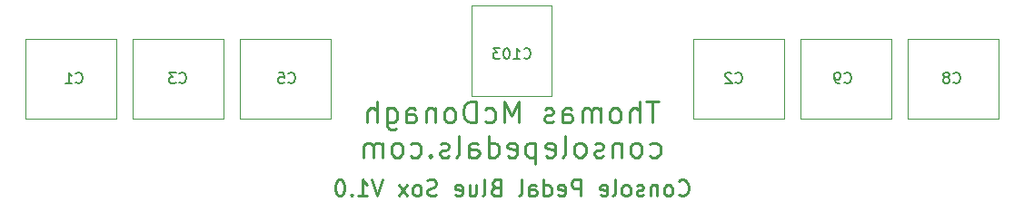
<source format=gbr>
G04 #@! TF.GenerationSoftware,KiCad,Pcbnew,(5.1.7)-1*
G04 #@! TF.CreationDate,2021-10-05T16:32:54-05:00*
G04 #@! TF.ProjectId,ConsolePedalBlueSox,436f6e73-6f6c-4655-9065-64616c426c75,rev?*
G04 #@! TF.SameCoordinates,Original*
G04 #@! TF.FileFunction,Legend,Bot*
G04 #@! TF.FilePolarity,Positive*
%FSLAX46Y46*%
G04 Gerber Fmt 4.6, Leading zero omitted, Abs format (unit mm)*
G04 Created by KiCad (PCBNEW (5.1.7)-1) date 2021-10-05 16:32:54*
%MOMM*%
%LPD*%
G01*
G04 APERTURE LIST*
%ADD10C,0.250000*%
%ADD11C,0.120000*%
%ADD12C,0.150000*%
G04 APERTURE END LIST*
D10*
X148285714Y-121820714D02*
X148357142Y-121892142D01*
X148571428Y-121963571D01*
X148714285Y-121963571D01*
X148928571Y-121892142D01*
X149071428Y-121749285D01*
X149142857Y-121606428D01*
X149214285Y-121320714D01*
X149214285Y-121106428D01*
X149142857Y-120820714D01*
X149071428Y-120677857D01*
X148928571Y-120535000D01*
X148714285Y-120463571D01*
X148571428Y-120463571D01*
X148357142Y-120535000D01*
X148285714Y-120606428D01*
X147428571Y-121963571D02*
X147571428Y-121892142D01*
X147642857Y-121820714D01*
X147714285Y-121677857D01*
X147714285Y-121249285D01*
X147642857Y-121106428D01*
X147571428Y-121035000D01*
X147428571Y-120963571D01*
X147214285Y-120963571D01*
X147071428Y-121035000D01*
X147000000Y-121106428D01*
X146928571Y-121249285D01*
X146928571Y-121677857D01*
X147000000Y-121820714D01*
X147071428Y-121892142D01*
X147214285Y-121963571D01*
X147428571Y-121963571D01*
X146285714Y-120963571D02*
X146285714Y-121963571D01*
X146285714Y-121106428D02*
X146214285Y-121035000D01*
X146071428Y-120963571D01*
X145857142Y-120963571D01*
X145714285Y-121035000D01*
X145642857Y-121177857D01*
X145642857Y-121963571D01*
X145000000Y-121892142D02*
X144857142Y-121963571D01*
X144571428Y-121963571D01*
X144428571Y-121892142D01*
X144357142Y-121749285D01*
X144357142Y-121677857D01*
X144428571Y-121535000D01*
X144571428Y-121463571D01*
X144785714Y-121463571D01*
X144928571Y-121392142D01*
X145000000Y-121249285D01*
X145000000Y-121177857D01*
X144928571Y-121035000D01*
X144785714Y-120963571D01*
X144571428Y-120963571D01*
X144428571Y-121035000D01*
X143500000Y-121963571D02*
X143642857Y-121892142D01*
X143714285Y-121820714D01*
X143785714Y-121677857D01*
X143785714Y-121249285D01*
X143714285Y-121106428D01*
X143642857Y-121035000D01*
X143500000Y-120963571D01*
X143285714Y-120963571D01*
X143142857Y-121035000D01*
X143071428Y-121106428D01*
X143000000Y-121249285D01*
X143000000Y-121677857D01*
X143071428Y-121820714D01*
X143142857Y-121892142D01*
X143285714Y-121963571D01*
X143500000Y-121963571D01*
X142142857Y-121963571D02*
X142285714Y-121892142D01*
X142357142Y-121749285D01*
X142357142Y-120463571D01*
X141000000Y-121892142D02*
X141142857Y-121963571D01*
X141428571Y-121963571D01*
X141571428Y-121892142D01*
X141642857Y-121749285D01*
X141642857Y-121177857D01*
X141571428Y-121035000D01*
X141428571Y-120963571D01*
X141142857Y-120963571D01*
X141000000Y-121035000D01*
X140928571Y-121177857D01*
X140928571Y-121320714D01*
X141642857Y-121463571D01*
X139142857Y-121963571D02*
X139142857Y-120463571D01*
X138571428Y-120463571D01*
X138428571Y-120535000D01*
X138357142Y-120606428D01*
X138285714Y-120749285D01*
X138285714Y-120963571D01*
X138357142Y-121106428D01*
X138428571Y-121177857D01*
X138571428Y-121249285D01*
X139142857Y-121249285D01*
X137071428Y-121892142D02*
X137214285Y-121963571D01*
X137500000Y-121963571D01*
X137642857Y-121892142D01*
X137714285Y-121749285D01*
X137714285Y-121177857D01*
X137642857Y-121035000D01*
X137500000Y-120963571D01*
X137214285Y-120963571D01*
X137071428Y-121035000D01*
X137000000Y-121177857D01*
X137000000Y-121320714D01*
X137714285Y-121463571D01*
X135714285Y-121963571D02*
X135714285Y-120463571D01*
X135714285Y-121892142D02*
X135857142Y-121963571D01*
X136142857Y-121963571D01*
X136285714Y-121892142D01*
X136357142Y-121820714D01*
X136428571Y-121677857D01*
X136428571Y-121249285D01*
X136357142Y-121106428D01*
X136285714Y-121035000D01*
X136142857Y-120963571D01*
X135857142Y-120963571D01*
X135714285Y-121035000D01*
X134357142Y-121963571D02*
X134357142Y-121177857D01*
X134428571Y-121035000D01*
X134571428Y-120963571D01*
X134857142Y-120963571D01*
X135000000Y-121035000D01*
X134357142Y-121892142D02*
X134500000Y-121963571D01*
X134857142Y-121963571D01*
X135000000Y-121892142D01*
X135071428Y-121749285D01*
X135071428Y-121606428D01*
X135000000Y-121463571D01*
X134857142Y-121392142D01*
X134500000Y-121392142D01*
X134357142Y-121320714D01*
X133428571Y-121963571D02*
X133571428Y-121892142D01*
X133642857Y-121749285D01*
X133642857Y-120463571D01*
X131214285Y-121177857D02*
X131000000Y-121249285D01*
X130928571Y-121320714D01*
X130857142Y-121463571D01*
X130857142Y-121677857D01*
X130928571Y-121820714D01*
X131000000Y-121892142D01*
X131142857Y-121963571D01*
X131714285Y-121963571D01*
X131714285Y-120463571D01*
X131214285Y-120463571D01*
X131071428Y-120535000D01*
X131000000Y-120606428D01*
X130928571Y-120749285D01*
X130928571Y-120892142D01*
X131000000Y-121035000D01*
X131071428Y-121106428D01*
X131214285Y-121177857D01*
X131714285Y-121177857D01*
X130000000Y-121963571D02*
X130142857Y-121892142D01*
X130214285Y-121749285D01*
X130214285Y-120463571D01*
X128785714Y-120963571D02*
X128785714Y-121963571D01*
X129428571Y-120963571D02*
X129428571Y-121749285D01*
X129357142Y-121892142D01*
X129214285Y-121963571D01*
X129000000Y-121963571D01*
X128857142Y-121892142D01*
X128785714Y-121820714D01*
X127500000Y-121892142D02*
X127642857Y-121963571D01*
X127928571Y-121963571D01*
X128071428Y-121892142D01*
X128142857Y-121749285D01*
X128142857Y-121177857D01*
X128071428Y-121035000D01*
X127928571Y-120963571D01*
X127642857Y-120963571D01*
X127500000Y-121035000D01*
X127428571Y-121177857D01*
X127428571Y-121320714D01*
X128142857Y-121463571D01*
X125714285Y-121892142D02*
X125500000Y-121963571D01*
X125142857Y-121963571D01*
X125000000Y-121892142D01*
X124928571Y-121820714D01*
X124857142Y-121677857D01*
X124857142Y-121535000D01*
X124928571Y-121392142D01*
X125000000Y-121320714D01*
X125142857Y-121249285D01*
X125428571Y-121177857D01*
X125571428Y-121106428D01*
X125642857Y-121035000D01*
X125714285Y-120892142D01*
X125714285Y-120749285D01*
X125642857Y-120606428D01*
X125571428Y-120535000D01*
X125428571Y-120463571D01*
X125071428Y-120463571D01*
X124857142Y-120535000D01*
X124000000Y-121963571D02*
X124142857Y-121892142D01*
X124214285Y-121820714D01*
X124285714Y-121677857D01*
X124285714Y-121249285D01*
X124214285Y-121106428D01*
X124142857Y-121035000D01*
X124000000Y-120963571D01*
X123785714Y-120963571D01*
X123642857Y-121035000D01*
X123571428Y-121106428D01*
X123500000Y-121249285D01*
X123500000Y-121677857D01*
X123571428Y-121820714D01*
X123642857Y-121892142D01*
X123785714Y-121963571D01*
X124000000Y-121963571D01*
X122999999Y-121963571D02*
X122214285Y-120963571D01*
X122999999Y-120963571D02*
X122214285Y-121963571D01*
X120714285Y-120463571D02*
X120214285Y-121963571D01*
X119714285Y-120463571D01*
X118428571Y-121963571D02*
X119285714Y-121963571D01*
X118857142Y-121963571D02*
X118857142Y-120463571D01*
X118999999Y-120677857D01*
X119142857Y-120820714D01*
X119285714Y-120892142D01*
X117785714Y-121820714D02*
X117714285Y-121892142D01*
X117785714Y-121963571D01*
X117857142Y-121892142D01*
X117785714Y-121820714D01*
X117785714Y-121963571D01*
X116785714Y-120463571D02*
X116642857Y-120463571D01*
X116500000Y-120535000D01*
X116428571Y-120606428D01*
X116357142Y-120749285D01*
X116285714Y-121035000D01*
X116285714Y-121392142D01*
X116357142Y-121677857D01*
X116428571Y-121820714D01*
X116500000Y-121892142D01*
X116642857Y-121963571D01*
X116785714Y-121963571D01*
X116928571Y-121892142D01*
X117000000Y-121820714D01*
X117071428Y-121677857D01*
X117142857Y-121392142D01*
X117142857Y-121035000D01*
X117071428Y-120749285D01*
X117000000Y-120606428D01*
X116928571Y-120535000D01*
X116785714Y-120463571D01*
X146429285Y-113103761D02*
X145286428Y-113103761D01*
X145857857Y-115103761D02*
X145857857Y-113103761D01*
X144619761Y-115103761D02*
X144619761Y-113103761D01*
X143762619Y-115103761D02*
X143762619Y-114056142D01*
X143857857Y-113865666D01*
X144048333Y-113770428D01*
X144334047Y-113770428D01*
X144524523Y-113865666D01*
X144619761Y-113960904D01*
X142524523Y-115103761D02*
X142715000Y-115008523D01*
X142810238Y-114913285D01*
X142905476Y-114722809D01*
X142905476Y-114151380D01*
X142810238Y-113960904D01*
X142715000Y-113865666D01*
X142524523Y-113770428D01*
X142238809Y-113770428D01*
X142048333Y-113865666D01*
X141953095Y-113960904D01*
X141857857Y-114151380D01*
X141857857Y-114722809D01*
X141953095Y-114913285D01*
X142048333Y-115008523D01*
X142238809Y-115103761D01*
X142524523Y-115103761D01*
X141000714Y-115103761D02*
X141000714Y-113770428D01*
X141000714Y-113960904D02*
X140905476Y-113865666D01*
X140715000Y-113770428D01*
X140429285Y-113770428D01*
X140238809Y-113865666D01*
X140143571Y-114056142D01*
X140143571Y-115103761D01*
X140143571Y-114056142D02*
X140048333Y-113865666D01*
X139857857Y-113770428D01*
X139572142Y-113770428D01*
X139381666Y-113865666D01*
X139286428Y-114056142D01*
X139286428Y-115103761D01*
X137476904Y-115103761D02*
X137476904Y-114056142D01*
X137572142Y-113865666D01*
X137762619Y-113770428D01*
X138143571Y-113770428D01*
X138334047Y-113865666D01*
X137476904Y-115008523D02*
X137667380Y-115103761D01*
X138143571Y-115103761D01*
X138334047Y-115008523D01*
X138429285Y-114818047D01*
X138429285Y-114627571D01*
X138334047Y-114437095D01*
X138143571Y-114341857D01*
X137667380Y-114341857D01*
X137476904Y-114246619D01*
X136619761Y-115008523D02*
X136429285Y-115103761D01*
X136048333Y-115103761D01*
X135857857Y-115008523D01*
X135762619Y-114818047D01*
X135762619Y-114722809D01*
X135857857Y-114532333D01*
X136048333Y-114437095D01*
X136334047Y-114437095D01*
X136524523Y-114341857D01*
X136619761Y-114151380D01*
X136619761Y-114056142D01*
X136524523Y-113865666D01*
X136334047Y-113770428D01*
X136048333Y-113770428D01*
X135857857Y-113865666D01*
X133381666Y-115103761D02*
X133381666Y-113103761D01*
X132715000Y-114532333D01*
X132048333Y-113103761D01*
X132048333Y-115103761D01*
X130238809Y-115008523D02*
X130429285Y-115103761D01*
X130810238Y-115103761D01*
X131000714Y-115008523D01*
X131095952Y-114913285D01*
X131191190Y-114722809D01*
X131191190Y-114151380D01*
X131095952Y-113960904D01*
X131000714Y-113865666D01*
X130810238Y-113770428D01*
X130429285Y-113770428D01*
X130238809Y-113865666D01*
X129381666Y-115103761D02*
X129381666Y-113103761D01*
X128905476Y-113103761D01*
X128619761Y-113199000D01*
X128429285Y-113389476D01*
X128334047Y-113579952D01*
X128238809Y-113960904D01*
X128238809Y-114246619D01*
X128334047Y-114627571D01*
X128429285Y-114818047D01*
X128619761Y-115008523D01*
X128905476Y-115103761D01*
X129381666Y-115103761D01*
X127095952Y-115103761D02*
X127286428Y-115008523D01*
X127381666Y-114913285D01*
X127476904Y-114722809D01*
X127476904Y-114151380D01*
X127381666Y-113960904D01*
X127286428Y-113865666D01*
X127095952Y-113770428D01*
X126810238Y-113770428D01*
X126619761Y-113865666D01*
X126524523Y-113960904D01*
X126429285Y-114151380D01*
X126429285Y-114722809D01*
X126524523Y-114913285D01*
X126619761Y-115008523D01*
X126810238Y-115103761D01*
X127095952Y-115103761D01*
X125572142Y-113770428D02*
X125572142Y-115103761D01*
X125572142Y-113960904D02*
X125476904Y-113865666D01*
X125286428Y-113770428D01*
X125000714Y-113770428D01*
X124810238Y-113865666D01*
X124715000Y-114056142D01*
X124715000Y-115103761D01*
X122905476Y-115103761D02*
X122905476Y-114056142D01*
X123000714Y-113865666D01*
X123191190Y-113770428D01*
X123572142Y-113770428D01*
X123762619Y-113865666D01*
X122905476Y-115008523D02*
X123095952Y-115103761D01*
X123572142Y-115103761D01*
X123762619Y-115008523D01*
X123857857Y-114818047D01*
X123857857Y-114627571D01*
X123762619Y-114437095D01*
X123572142Y-114341857D01*
X123095952Y-114341857D01*
X122905476Y-114246619D01*
X121095952Y-113770428D02*
X121095952Y-115389476D01*
X121191190Y-115579952D01*
X121286428Y-115675190D01*
X121476904Y-115770428D01*
X121762619Y-115770428D01*
X121953095Y-115675190D01*
X121095952Y-115008523D02*
X121286428Y-115103761D01*
X121667380Y-115103761D01*
X121857857Y-115008523D01*
X121953095Y-114913285D01*
X122048333Y-114722809D01*
X122048333Y-114151380D01*
X121953095Y-113960904D01*
X121857857Y-113865666D01*
X121667380Y-113770428D01*
X121286428Y-113770428D01*
X121095952Y-113865666D01*
X120143571Y-115103761D02*
X120143571Y-113103761D01*
X119286428Y-115103761D02*
X119286428Y-114056142D01*
X119381666Y-113865666D01*
X119572142Y-113770428D01*
X119857857Y-113770428D01*
X120048333Y-113865666D01*
X120143571Y-113960904D01*
X145619761Y-118258523D02*
X145810238Y-118353761D01*
X146191190Y-118353761D01*
X146381666Y-118258523D01*
X146476904Y-118163285D01*
X146572142Y-117972809D01*
X146572142Y-117401380D01*
X146476904Y-117210904D01*
X146381666Y-117115666D01*
X146191190Y-117020428D01*
X145810238Y-117020428D01*
X145619761Y-117115666D01*
X144476904Y-118353761D02*
X144667380Y-118258523D01*
X144762619Y-118163285D01*
X144857857Y-117972809D01*
X144857857Y-117401380D01*
X144762619Y-117210904D01*
X144667380Y-117115666D01*
X144476904Y-117020428D01*
X144191190Y-117020428D01*
X144000714Y-117115666D01*
X143905476Y-117210904D01*
X143810238Y-117401380D01*
X143810238Y-117972809D01*
X143905476Y-118163285D01*
X144000714Y-118258523D01*
X144191190Y-118353761D01*
X144476904Y-118353761D01*
X142953095Y-117020428D02*
X142953095Y-118353761D01*
X142953095Y-117210904D02*
X142857857Y-117115666D01*
X142667380Y-117020428D01*
X142381666Y-117020428D01*
X142191190Y-117115666D01*
X142095952Y-117306142D01*
X142095952Y-118353761D01*
X141238809Y-118258523D02*
X141048333Y-118353761D01*
X140667380Y-118353761D01*
X140476904Y-118258523D01*
X140381666Y-118068047D01*
X140381666Y-117972809D01*
X140476904Y-117782333D01*
X140667380Y-117687095D01*
X140953095Y-117687095D01*
X141143571Y-117591857D01*
X141238809Y-117401380D01*
X141238809Y-117306142D01*
X141143571Y-117115666D01*
X140953095Y-117020428D01*
X140667380Y-117020428D01*
X140476904Y-117115666D01*
X139238809Y-118353761D02*
X139429285Y-118258523D01*
X139524523Y-118163285D01*
X139619761Y-117972809D01*
X139619761Y-117401380D01*
X139524523Y-117210904D01*
X139429285Y-117115666D01*
X139238809Y-117020428D01*
X138953095Y-117020428D01*
X138762619Y-117115666D01*
X138667380Y-117210904D01*
X138572142Y-117401380D01*
X138572142Y-117972809D01*
X138667380Y-118163285D01*
X138762619Y-118258523D01*
X138953095Y-118353761D01*
X139238809Y-118353761D01*
X137429285Y-118353761D02*
X137619761Y-118258523D01*
X137715000Y-118068047D01*
X137715000Y-116353761D01*
X135905476Y-118258523D02*
X136095952Y-118353761D01*
X136476904Y-118353761D01*
X136667380Y-118258523D01*
X136762619Y-118068047D01*
X136762619Y-117306142D01*
X136667380Y-117115666D01*
X136476904Y-117020428D01*
X136095952Y-117020428D01*
X135905476Y-117115666D01*
X135810238Y-117306142D01*
X135810238Y-117496619D01*
X136762619Y-117687095D01*
X134953095Y-117020428D02*
X134953095Y-119020428D01*
X134953095Y-117115666D02*
X134762619Y-117020428D01*
X134381666Y-117020428D01*
X134191190Y-117115666D01*
X134095952Y-117210904D01*
X134000714Y-117401380D01*
X134000714Y-117972809D01*
X134095952Y-118163285D01*
X134191190Y-118258523D01*
X134381666Y-118353761D01*
X134762619Y-118353761D01*
X134953095Y-118258523D01*
X132381666Y-118258523D02*
X132572142Y-118353761D01*
X132953095Y-118353761D01*
X133143571Y-118258523D01*
X133238809Y-118068047D01*
X133238809Y-117306142D01*
X133143571Y-117115666D01*
X132953095Y-117020428D01*
X132572142Y-117020428D01*
X132381666Y-117115666D01*
X132286428Y-117306142D01*
X132286428Y-117496619D01*
X133238809Y-117687095D01*
X130572142Y-118353761D02*
X130572142Y-116353761D01*
X130572142Y-118258523D02*
X130762619Y-118353761D01*
X131143571Y-118353761D01*
X131334047Y-118258523D01*
X131429285Y-118163285D01*
X131524523Y-117972809D01*
X131524523Y-117401380D01*
X131429285Y-117210904D01*
X131334047Y-117115666D01*
X131143571Y-117020428D01*
X130762619Y-117020428D01*
X130572142Y-117115666D01*
X128762619Y-118353761D02*
X128762619Y-117306142D01*
X128857857Y-117115666D01*
X129048333Y-117020428D01*
X129429285Y-117020428D01*
X129619761Y-117115666D01*
X128762619Y-118258523D02*
X128953095Y-118353761D01*
X129429285Y-118353761D01*
X129619761Y-118258523D01*
X129715000Y-118068047D01*
X129715000Y-117877571D01*
X129619761Y-117687095D01*
X129429285Y-117591857D01*
X128953095Y-117591857D01*
X128762619Y-117496619D01*
X127524523Y-118353761D02*
X127715000Y-118258523D01*
X127810238Y-118068047D01*
X127810238Y-116353761D01*
X126857857Y-118258523D02*
X126667380Y-118353761D01*
X126286428Y-118353761D01*
X126095952Y-118258523D01*
X126000714Y-118068047D01*
X126000714Y-117972809D01*
X126095952Y-117782333D01*
X126286428Y-117687095D01*
X126572142Y-117687095D01*
X126762619Y-117591857D01*
X126857857Y-117401380D01*
X126857857Y-117306142D01*
X126762619Y-117115666D01*
X126572142Y-117020428D01*
X126286428Y-117020428D01*
X126095952Y-117115666D01*
X125143571Y-118163285D02*
X125048333Y-118258523D01*
X125143571Y-118353761D01*
X125238809Y-118258523D01*
X125143571Y-118163285D01*
X125143571Y-118353761D01*
X123334047Y-118258523D02*
X123524523Y-118353761D01*
X123905476Y-118353761D01*
X124095952Y-118258523D01*
X124191190Y-118163285D01*
X124286428Y-117972809D01*
X124286428Y-117401380D01*
X124191190Y-117210904D01*
X124095952Y-117115666D01*
X123905476Y-117020428D01*
X123524523Y-117020428D01*
X123334047Y-117115666D01*
X122191190Y-118353761D02*
X122381666Y-118258523D01*
X122476904Y-118163285D01*
X122572142Y-117972809D01*
X122572142Y-117401380D01*
X122476904Y-117210904D01*
X122381666Y-117115666D01*
X122191190Y-117020428D01*
X121905476Y-117020428D01*
X121715000Y-117115666D01*
X121619761Y-117210904D01*
X121524523Y-117401380D01*
X121524523Y-117972809D01*
X121619761Y-118163285D01*
X121715000Y-118258523D01*
X121905476Y-118353761D01*
X122191190Y-118353761D01*
X120667380Y-118353761D02*
X120667380Y-117020428D01*
X120667380Y-117210904D02*
X120572142Y-117115666D01*
X120381666Y-117020428D01*
X120095952Y-117020428D01*
X119905476Y-117115666D01*
X119810238Y-117306142D01*
X119810238Y-118353761D01*
X119810238Y-117306142D02*
X119715000Y-117115666D01*
X119524523Y-117020428D01*
X119238809Y-117020428D01*
X119048333Y-117115666D01*
X118953095Y-117306142D01*
X118953095Y-118353761D01*
D11*
G04 #@! TO.C,C1*
X87380000Y-114720000D02*
X95870000Y-114720000D01*
X87380000Y-107280000D02*
X95870000Y-107280000D01*
X95870000Y-107280000D02*
X95870000Y-114720000D01*
X87380000Y-107280000D02*
X87380000Y-114720000D01*
G04 #@! TO.C,C2*
X158120000Y-107280000D02*
X149630000Y-107280000D01*
X158120000Y-114720000D02*
X149630000Y-114720000D01*
X149630000Y-114720000D02*
X149630000Y-107280000D01*
X158120000Y-114720000D02*
X158120000Y-107280000D01*
G04 #@! TO.C,C3*
X97380000Y-107280000D02*
X97380000Y-114720000D01*
X105870000Y-107280000D02*
X105870000Y-114720000D01*
X97380000Y-107280000D02*
X105870000Y-107280000D01*
X97380000Y-114720000D02*
X105870000Y-114720000D01*
G04 #@! TO.C,C5*
X107380000Y-114720000D02*
X115870000Y-114720000D01*
X107380000Y-107280000D02*
X115870000Y-107280000D01*
X115870000Y-107280000D02*
X115870000Y-114720000D01*
X107380000Y-107280000D02*
X107380000Y-114720000D01*
G04 #@! TO.C,C8*
X178120000Y-114720000D02*
X178120000Y-107280000D01*
X169630000Y-114720000D02*
X169630000Y-107280000D01*
X178120000Y-114720000D02*
X169630000Y-114720000D01*
X178120000Y-107280000D02*
X169630000Y-107280000D01*
G04 #@! TO.C,C9*
X168120000Y-114720000D02*
X168120000Y-107280000D01*
X159630000Y-114720000D02*
X159630000Y-107280000D01*
X168120000Y-114720000D02*
X159630000Y-114720000D01*
X168120000Y-107280000D02*
X159630000Y-107280000D01*
G04 #@! TO.C,C103*
X129030000Y-112622000D02*
X136470000Y-112622000D01*
X129030000Y-104132000D02*
X136470000Y-104132000D01*
X129030000Y-112622000D02*
X129030000Y-104132000D01*
X136470000Y-112622000D02*
X136470000Y-104132000D01*
G04 #@! TO.C,C1*
D12*
X92114666Y-111357142D02*
X92162285Y-111404761D01*
X92305142Y-111452380D01*
X92400380Y-111452380D01*
X92543238Y-111404761D01*
X92638476Y-111309523D01*
X92686095Y-111214285D01*
X92733714Y-111023809D01*
X92733714Y-110880952D01*
X92686095Y-110690476D01*
X92638476Y-110595238D01*
X92543238Y-110500000D01*
X92400380Y-110452380D01*
X92305142Y-110452380D01*
X92162285Y-110500000D01*
X92114666Y-110547619D01*
X91162285Y-111452380D02*
X91733714Y-111452380D01*
X91448000Y-111452380D02*
X91448000Y-110452380D01*
X91543238Y-110595238D01*
X91638476Y-110690476D01*
X91733714Y-110738095D01*
G04 #@! TO.C,C2*
X153582666Y-111357142D02*
X153630285Y-111404761D01*
X153773142Y-111452380D01*
X153868380Y-111452380D01*
X154011238Y-111404761D01*
X154106476Y-111309523D01*
X154154095Y-111214285D01*
X154201714Y-111023809D01*
X154201714Y-110880952D01*
X154154095Y-110690476D01*
X154106476Y-110595238D01*
X154011238Y-110500000D01*
X153868380Y-110452380D01*
X153773142Y-110452380D01*
X153630285Y-110500000D01*
X153582666Y-110547619D01*
X153201714Y-110547619D02*
X153154095Y-110500000D01*
X153058857Y-110452380D01*
X152820761Y-110452380D01*
X152725523Y-110500000D01*
X152677904Y-110547619D01*
X152630285Y-110642857D01*
X152630285Y-110738095D01*
X152677904Y-110880952D01*
X153249333Y-111452380D01*
X152630285Y-111452380D01*
G04 #@! TO.C,C3*
X101766666Y-111357142D02*
X101814285Y-111404761D01*
X101957142Y-111452380D01*
X102052380Y-111452380D01*
X102195238Y-111404761D01*
X102290476Y-111309523D01*
X102338095Y-111214285D01*
X102385714Y-111023809D01*
X102385714Y-110880952D01*
X102338095Y-110690476D01*
X102290476Y-110595238D01*
X102195238Y-110500000D01*
X102052380Y-110452380D01*
X101957142Y-110452380D01*
X101814285Y-110500000D01*
X101766666Y-110547619D01*
X101433333Y-110452380D02*
X100814285Y-110452380D01*
X101147619Y-110833333D01*
X101004761Y-110833333D01*
X100909523Y-110880952D01*
X100861904Y-110928571D01*
X100814285Y-111023809D01*
X100814285Y-111261904D01*
X100861904Y-111357142D01*
X100909523Y-111404761D01*
X101004761Y-111452380D01*
X101290476Y-111452380D01*
X101385714Y-111404761D01*
X101433333Y-111357142D01*
G04 #@! TO.C,C5*
X111926666Y-111357142D02*
X111974285Y-111404761D01*
X112117142Y-111452380D01*
X112212380Y-111452380D01*
X112355238Y-111404761D01*
X112450476Y-111309523D01*
X112498095Y-111214285D01*
X112545714Y-111023809D01*
X112545714Y-110880952D01*
X112498095Y-110690476D01*
X112450476Y-110595238D01*
X112355238Y-110500000D01*
X112212380Y-110452380D01*
X112117142Y-110452380D01*
X111974285Y-110500000D01*
X111926666Y-110547619D01*
X111021904Y-110452380D02*
X111498095Y-110452380D01*
X111545714Y-110928571D01*
X111498095Y-110880952D01*
X111402857Y-110833333D01*
X111164761Y-110833333D01*
X111069523Y-110880952D01*
X111021904Y-110928571D01*
X110974285Y-111023809D01*
X110974285Y-111261904D01*
X111021904Y-111357142D01*
X111069523Y-111404761D01*
X111164761Y-111452380D01*
X111402857Y-111452380D01*
X111498095Y-111404761D01*
X111545714Y-111357142D01*
G04 #@! TO.C,C8*
X173902666Y-111357142D02*
X173950285Y-111404761D01*
X174093142Y-111452380D01*
X174188380Y-111452380D01*
X174331238Y-111404761D01*
X174426476Y-111309523D01*
X174474095Y-111214285D01*
X174521714Y-111023809D01*
X174521714Y-110880952D01*
X174474095Y-110690476D01*
X174426476Y-110595238D01*
X174331238Y-110500000D01*
X174188380Y-110452380D01*
X174093142Y-110452380D01*
X173950285Y-110500000D01*
X173902666Y-110547619D01*
X173331238Y-110880952D02*
X173426476Y-110833333D01*
X173474095Y-110785714D01*
X173521714Y-110690476D01*
X173521714Y-110642857D01*
X173474095Y-110547619D01*
X173426476Y-110500000D01*
X173331238Y-110452380D01*
X173140761Y-110452380D01*
X173045523Y-110500000D01*
X172997904Y-110547619D01*
X172950285Y-110642857D01*
X172950285Y-110690476D01*
X172997904Y-110785714D01*
X173045523Y-110833333D01*
X173140761Y-110880952D01*
X173331238Y-110880952D01*
X173426476Y-110928571D01*
X173474095Y-110976190D01*
X173521714Y-111071428D01*
X173521714Y-111261904D01*
X173474095Y-111357142D01*
X173426476Y-111404761D01*
X173331238Y-111452380D01*
X173140761Y-111452380D01*
X173045523Y-111404761D01*
X172997904Y-111357142D01*
X172950285Y-111261904D01*
X172950285Y-111071428D01*
X172997904Y-110976190D01*
X173045523Y-110928571D01*
X173140761Y-110880952D01*
G04 #@! TO.C,C9*
X163742666Y-111357142D02*
X163790285Y-111404761D01*
X163933142Y-111452380D01*
X164028380Y-111452380D01*
X164171238Y-111404761D01*
X164266476Y-111309523D01*
X164314095Y-111214285D01*
X164361714Y-111023809D01*
X164361714Y-110880952D01*
X164314095Y-110690476D01*
X164266476Y-110595238D01*
X164171238Y-110500000D01*
X164028380Y-110452380D01*
X163933142Y-110452380D01*
X163790285Y-110500000D01*
X163742666Y-110547619D01*
X163266476Y-111452380D02*
X163076000Y-111452380D01*
X162980761Y-111404761D01*
X162933142Y-111357142D01*
X162837904Y-111214285D01*
X162790285Y-111023809D01*
X162790285Y-110642857D01*
X162837904Y-110547619D01*
X162885523Y-110500000D01*
X162980761Y-110452380D01*
X163171238Y-110452380D01*
X163266476Y-110500000D01*
X163314095Y-110547619D01*
X163361714Y-110642857D01*
X163361714Y-110880952D01*
X163314095Y-110976190D01*
X163266476Y-111023809D01*
X163171238Y-111071428D01*
X162980761Y-111071428D01*
X162885523Y-111023809D01*
X162837904Y-110976190D01*
X162790285Y-110880952D01*
G04 #@! TO.C,C103*
X133869047Y-109069142D02*
X133916666Y-109116761D01*
X134059523Y-109164380D01*
X134154761Y-109164380D01*
X134297619Y-109116761D01*
X134392857Y-109021523D01*
X134440476Y-108926285D01*
X134488095Y-108735809D01*
X134488095Y-108592952D01*
X134440476Y-108402476D01*
X134392857Y-108307238D01*
X134297619Y-108212000D01*
X134154761Y-108164380D01*
X134059523Y-108164380D01*
X133916666Y-108212000D01*
X133869047Y-108259619D01*
X132916666Y-109164380D02*
X133488095Y-109164380D01*
X133202380Y-109164380D02*
X133202380Y-108164380D01*
X133297619Y-108307238D01*
X133392857Y-108402476D01*
X133488095Y-108450095D01*
X132297619Y-108164380D02*
X132202380Y-108164380D01*
X132107142Y-108212000D01*
X132059523Y-108259619D01*
X132011904Y-108354857D01*
X131964285Y-108545333D01*
X131964285Y-108783428D01*
X132011904Y-108973904D01*
X132059523Y-109069142D01*
X132107142Y-109116761D01*
X132202380Y-109164380D01*
X132297619Y-109164380D01*
X132392857Y-109116761D01*
X132440476Y-109069142D01*
X132488095Y-108973904D01*
X132535714Y-108783428D01*
X132535714Y-108545333D01*
X132488095Y-108354857D01*
X132440476Y-108259619D01*
X132392857Y-108212000D01*
X132297619Y-108164380D01*
X131630952Y-108164380D02*
X131011904Y-108164380D01*
X131345238Y-108545333D01*
X131202380Y-108545333D01*
X131107142Y-108592952D01*
X131059523Y-108640571D01*
X131011904Y-108735809D01*
X131011904Y-108973904D01*
X131059523Y-109069142D01*
X131107142Y-109116761D01*
X131202380Y-109164380D01*
X131488095Y-109164380D01*
X131583333Y-109116761D01*
X131630952Y-109069142D01*
G04 #@! TD*
M02*

</source>
